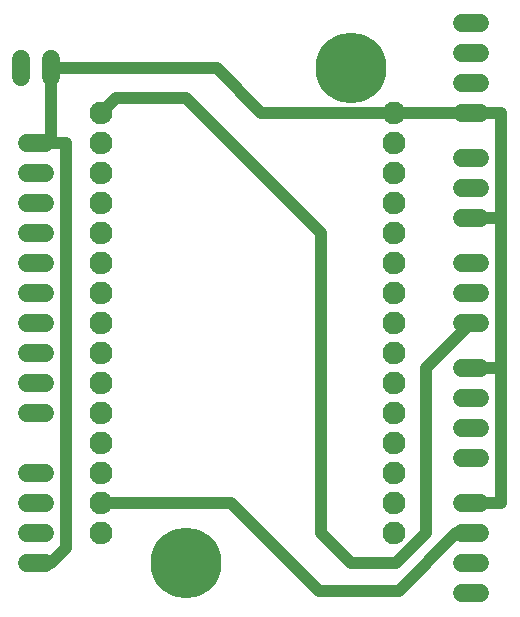
<source format=gbr>
G04 EAGLE Gerber RS-274X export*
G75*
%MOMM*%
%FSLAX34Y34*%
%LPD*%
%INTop Copper*%
%IPPOS*%
%AMOC8*
5,1,8,0,0,1.08239X$1,22.5*%
G01*
%ADD10C,1.930400*%
%ADD11C,1.524000*%
%ADD12C,1.016000*%
%ADD13C,5.999988*%


D10*
X588500Y660500D03*
X588500Y635100D03*
X588500Y609700D03*
X588500Y584300D03*
X588500Y558900D03*
X588500Y533500D03*
X588500Y508100D03*
X588500Y482700D03*
X588500Y457300D03*
X588500Y431900D03*
X588500Y406500D03*
X588500Y381100D03*
X588500Y355700D03*
X588500Y330300D03*
X588500Y304900D03*
X836200Y660500D03*
X836200Y635100D03*
X836200Y609700D03*
X836200Y584300D03*
X836200Y558900D03*
X836200Y533500D03*
X836200Y508100D03*
X836200Y482700D03*
X836200Y457300D03*
X836200Y431900D03*
X836200Y406500D03*
X836200Y381100D03*
X836200Y355700D03*
X836200Y330300D03*
X836200Y304900D03*
D11*
X541020Y406400D02*
X525780Y406400D01*
X525780Y431800D02*
X541020Y431800D01*
X541020Y457200D02*
X525780Y457200D01*
X525780Y584200D02*
X541020Y584200D01*
X541020Y609600D02*
X525780Y609600D01*
X525780Y635000D02*
X541020Y635000D01*
X541020Y482600D02*
X525780Y482600D01*
X525780Y508000D02*
X541020Y508000D01*
X541020Y558800D02*
X525780Y558800D01*
X525780Y533400D02*
X541020Y533400D01*
X541020Y279400D02*
X525780Y279400D01*
X525780Y304800D02*
X541020Y304800D01*
X541020Y330200D02*
X525780Y330200D01*
X525780Y355600D02*
X541020Y355600D01*
X894080Y330200D02*
X909320Y330200D01*
X909320Y304800D02*
X894080Y304800D01*
X894080Y279400D02*
X909320Y279400D01*
X909320Y254000D02*
X894080Y254000D01*
X894080Y444500D02*
X909320Y444500D01*
X909320Y419100D02*
X894080Y419100D01*
X894080Y393700D02*
X909320Y393700D01*
X909320Y368300D02*
X894080Y368300D01*
X894080Y736600D02*
X909320Y736600D01*
X909320Y711200D02*
X894080Y711200D01*
X894080Y685800D02*
X909320Y685800D01*
X909320Y660400D02*
X894080Y660400D01*
X894080Y533400D02*
X909320Y533400D01*
X909320Y508000D02*
X894080Y508000D01*
X894080Y482600D02*
X909320Y482600D01*
X909320Y622300D02*
X894080Y622300D01*
X894080Y596900D02*
X909320Y596900D01*
X909320Y571500D02*
X894080Y571500D01*
X520700Y690880D02*
X520700Y706120D01*
X546100Y706120D02*
X546100Y690880D01*
D12*
X698400Y330300D02*
X772557Y256143D01*
X698400Y330300D02*
X588500Y330300D01*
X772557Y256143D02*
X840343Y256143D01*
X889000Y304800D02*
X901700Y304800D01*
X889000Y304800D02*
X840343Y256143D01*
X588500Y660500D02*
X601100Y673100D01*
X660400Y673100D01*
X774700Y558800D01*
X774700Y304800D01*
X800100Y279400D01*
X838200Y279400D01*
X863600Y304800D02*
X863600Y444500D01*
X901700Y482600D01*
X863600Y304800D02*
X838200Y279400D01*
D13*
X800100Y698500D03*
D12*
X546100Y635000D02*
X533400Y635000D01*
X546100Y635000D02*
X558800Y635000D01*
X546100Y635000D02*
X546100Y698500D01*
X723900Y660500D02*
X836200Y660500D01*
X558800Y635000D02*
X558800Y292100D01*
X546100Y279400D01*
X533400Y279400D01*
X836200Y660500D02*
X867156Y660500D01*
X867156Y660400D01*
X901700Y660400D01*
X927100Y660400D01*
X927100Y571500D01*
X927100Y444500D01*
X927100Y330200D01*
X901700Y330200D01*
X901700Y444500D02*
X927100Y444500D01*
X927100Y571500D02*
X901700Y571500D01*
X723900Y660500D02*
X685900Y698500D01*
X546100Y698500D01*
D13*
X660400Y279400D03*
M02*

</source>
